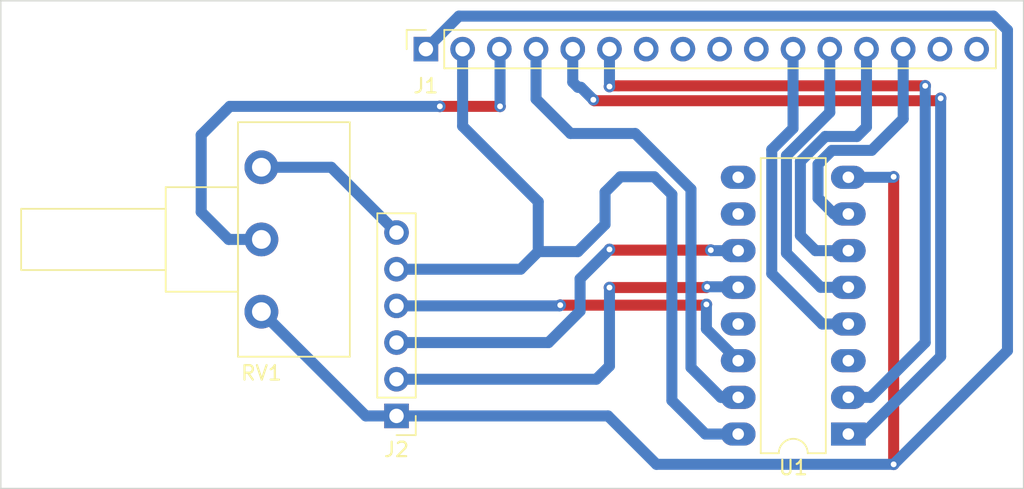
<source format=kicad_pcb>
(kicad_pcb (version 20211014) (generator pcbnew)
  (layers (0 "F.Cu" signal) (31 "B.Cu" signal) (34 "B.Paste" user) (35 "F.Paste" user) (36 "B.SilkS" user "B.Silkscreen") (37 "F.SilkS" user "F.Silkscreen") (38 "B.Mask" user) (39 "F.Mask" user) (44 "Edge.Cuts" user))
  (net 0 "")
  (net 1 "/GND")
  (net 2 "/3.3V")
  (net 3 "/Vref")
  (net 4 "/RS")
  (net 5 "/R{slash}W")
  (net 6 "/Enable")
  (net 11 "/DB4")
  (net 12 "/DB5")
  (net 13 "/DB6")
  (net 14 "/DB7")
  (net 17 "/latch")
  (net 18 "/SR clk")
  (net 19 "/Data in")
  (net 20 "/5V")
  (footprint "Connector_PinHeader_2.54mm:PinHeader_1x06_P2.54mm_Vertical" (layer "F.Cu") (at 97.028 88.9 180)
    (fp_text reference "J2" (at 0 -2.33) (layer "F.SilkS"))
    (fp_text value "Conn_01x06")
    (fp_line (start -1.33 1.27) (end -1.33 14.03) (layer "F.SilkS") (width 0.12))
    (fp_line (start -1.33 14.03) (end 1.33 14.03) (layer "F.SilkS") (width 0.12))
    (fp_line (start 1.33 1.27) (end 1.33 14.03) (layer "F.SilkS") (width 0.12))
    (fp_line (start -1.33 -1.33) (end 0 -1.33) (layer "F.SilkS") (width 0.12))
    (fp_line (start -1.33 1.27) (end 1.33 1.27) (layer "F.SilkS") (width 0.12))
    (fp_line (start -1.33 0) (end -1.33 -1.33) (layer "F.SilkS") (width 0.12))
    (pad "1" thru_hole rect (at 0 0 180) (size 1.7 1.7) (drill 1) (layers *.Cu *.Mask) (net 1 "/GND"))
    (pad "2" thru_hole oval (at 0 2.54 180) (size 1.7 1.7) (drill 1) (layers *.Cu *.Mask) (net 17 "/latch"))
    (pad "3" thru_hole oval (at 0 5.08 180) (size 1.7 1.7) (drill 1) (layers *.Cu *.Mask) (net 18 "/SR clk"))
    (pad "4" thru_hole oval (at 0 7.62 180) (size 1.7 1.7) (drill 1) (layers *.Cu *.Mask) (net 19 "/Data in"))
    (pad "5" thru_hole oval (at 0 10.16 180) (size 1.7 1.7) (drill 1) (layers *.Cu *.Mask) (net 2 "/3.3V"))
    (pad "6" thru_hole oval (at 0 12.7 180) (size 1.7 1.7) (drill 1) (layers *.Cu *.Mask) (net 20 "/5V"))
  )
  (footprint "Potentiometer_THT:Potentiometer_Piher_T-16H_Single_Horizontal" (layer "F.Cu") (at 87.6808 71.6788 180)
    (fp_text reference "RV1" (at 0 -14.25) (layer "F.SilkS"))
    (fp_text value "R_Potentiometer_US")
    (fp_line (start 6.62 -2.88) (end 16.62 -2.88) (layer "F.SilkS") (width 0.12))
    (fp_line (start 1.62 -13.12) (end 1.62 3.12) (layer "F.SilkS") (width 0.12))
    (fp_line (start 1.62 -8.62) (end 1.62 -1.38) (layer "F.SilkS") (width 0.12))
    (fp_line (start 6.62 -7.12) (end 6.62 -2.88) (layer "F.SilkS") (width 0.12))
    (fp_line (start 6.62 -7.12) (end 16.62 -7.12) (layer "F.SilkS") (width 0.12))
    (fp_line (start -6.12 -13.12) (end -6.12 3.12) (layer "F.SilkS") (width 0.12))
    (fp_line (start 1.62 -8.62) (end 6.62 -8.62) (layer "F.SilkS") (width 0.12))
    (fp_line (start -6.12 -13.12) (end 1.62 -13.12) (layer "F.SilkS") (width 0.12))
    (fp_line (start 16.62 -7.12) (end 16.62 -2.88) (layer "F.SilkS") (width 0.12))
    (fp_line (start 6.62 -8.62) (end 6.62 -1.38) (layer "F.SilkS") (width 0.12))
    (fp_line (start 1.62 -1.38) (end 6.62 -1.38) (layer "F.SilkS") (width 0.12))
    (fp_line (start -6.12 3.12) (end 1.62 3.12) (layer "F.SilkS") (width 0.12))
    (pad "1" thru_hole circle (at 0 0 180) (size 2.34 2.34) (drill 1.3) (layers *.Cu *.Mask) (net 20 "/5V"))
    (pad "2" thru_hole circle (at 0 -5 180) (size 2.34 2.34) (drill 1.3) (layers *.Cu *.Mask) (net 3 "/Vref"))
    (pad "3" thru_hole circle (at 0 -10 180) (size 2.34 2.34) (drill 1.3) (layers *.Cu *.Mask) (net 1 "/GND"))
  )
  (footprint "Package_DIP:DIP-16_W7.62mm_LongPads" (layer "F.Cu") (at 128.285 90.155 180)
    (fp_text reference "U1" (at 3.81 -2.33) (layer "F.SilkS"))
    (fp_text value "74HC595")
    (fp_line (start 6.06 -1.33) (end 4.81 -1.33) (layer "F.SilkS") (width 0.12))
    (fp_line (start 6.06 19.11) (end 6.06 -1.33) (layer "F.SilkS") (width 0.12))
    (fp_line (start 1.56 -1.33) (end 1.56 19.11) (layer "F.SilkS") (width 0.12))
    (fp_line (start 1.56 19.11) (end 6.06 19.11) (layer "F.SilkS") (width 0.12))
    (fp_line (start 2.81 -1.33) (end 1.56 -1.33) (layer "F.SilkS") (width 0.12))
    (fp_arc (start 4.81 -1.33) (mid 3.81 -0.33) (end 2.81 -1.33) (layer "F.SilkS") (width 0.12))
    (pad "1" thru_hole rect (at 0 0 180) (size 2.4 1.6) (drill 0.8) (layers *.Cu *.Mask) (net 5 "/R{slash}W"))
    (pad "2" thru_hole oval (at 0 2.54 180) (size 2.4 1.6) (drill 0.8) (layers *.Cu *.Mask) (net 6 "/Enable"))
    (pad "3" thru_hole oval (at 0 5.08 180) (size 2.4 1.6) (drill 0.8) (layers *.Cu *.Mask))
    (pad "4" thru_hole oval (at 0 7.62 180) (size 2.4 1.6) (drill 0.8) (layers *.Cu *.Mask) (net 11 "/DB4"))
    (pad "5" thru_hole oval (at 0 10.16 180) (size 2.4 1.6) (drill 0.8) (layers *.Cu *.Mask) (net 12 "/DB5"))
    (pad "6" thru_hole oval (at 0 12.7 180) (size 2.4 1.6) (drill 0.8) (layers *.Cu *.Mask) (net 13 "/DB6"))
    (pad "7" thru_hole oval (at 0 15.24 180) (size 2.4 1.6) (drill 0.8) (layers *.Cu *.Mask) (net 14 "/DB7"))
    (pad "8" thru_hole oval (at 0 17.78 180) (size 2.4 1.6) (drill 0.8) (layers *.Cu *.Mask) (net 1 "/GND"))
    (pad "9" thru_hole oval (at 7.62 17.78 180) (size 2.4 1.6) (drill 0.8) (layers *.Cu *.Mask))
    (pad "10" thru_hole oval (at 7.62 15.24 180) (size 2.4 1.6) (drill 0.8) (layers *.Cu *.Mask))
    (pad "11" thru_hole oval (at 7.62 12.7 180) (size 2.4 1.6) (drill 0.8) (layers *.Cu *.Mask) (net 18 "/SR clk"))
    (pad "12" thru_hole oval (at 7.62 10.16 180) (size 2.4 1.6) (drill 0.8) (layers *.Cu *.Mask) (net 17 "/latch"))
    (pad "13" thru_hole oval (at 7.62 7.62 180) (size 2.4 1.6) (drill 0.8) (layers *.Cu *.Mask))
    (pad "14" thru_hole oval (at 7.62 5.08 180) (size 2.4 1.6) (drill 0.8) (layers *.Cu *.Mask) (net 19 "/Data in"))
    (pad "15" thru_hole oval (at 7.62 2.54 180) (size 2.4 1.6) (drill 0.8) (layers *.Cu *.Mask) (net 4 "/RS"))
    (pad "16" thru_hole oval (at 7.62 0 180) (size 2.4 1.6) (drill 0.8) (layers *.Cu *.Mask) (net 2 "/3.3V"))
  )
  (footprint "Connector_PinSocket_2.54mm:PinSocket_1x16_P2.54mm_Vertical" (layer "F.Cu") (at 99.06 63.5 90)
    (fp_text reference "J1" (at -2.54 0 180) (layer "F.SilkS"))
    (fp_text value "Conn_01x16")
    (fp_line (start -1.33 1.27) (end -1.33 39.43) (layer "F.SilkS") (width 0.12))
    (fp_line (start 0 -1.33) (end 1.33 -1.33) (layer "F.SilkS") (width 0.12))
    (fp_line (start 1.33 1.27) (end 1.33 39.43) (layer "F.SilkS") (width 0.12))
    (fp_line (start -1.33 1.27) (end 1.33 1.27) (layer "F.SilkS") (width 0.12))
    (fp_line (start 1.33 -1.33) (end 1.33 0) (layer "F.SilkS") (width 0.12))
    (fp_line (start -1.33 39.43) (end 1.33 39.43) (layer "F.SilkS") (width 0.12))
    (pad "1" thru_hole rect (at 0 0 90) (size 1.7 1.7) (drill 1) (layers *.Cu *.Mask) (net 1 "/GND"))
    (pad "2" thru_hole oval (at 0 2.54 90) (size 1.7 1.7) (drill 1) (layers *.Cu *.Mask) (net 2 "/3.3V"))
    (pad "3" thru_hole oval (at 0 5.08 90) (size 1.7 1.7) (drill 1) (layers *.Cu *.Mask) (net 3 "/Vref"))
    (pad "4" thru_hole oval (at 0 7.62 90) (size 1.7 1.7) (drill 1) (layers *.Cu *.Mask) (net 4 "/RS"))
    (pad "5" thru_hole oval (at 0 10.16 90) (size 1.7 1.7) (drill 1) (layers *.Cu *.Mask) (net 5 "/R{slash}W"))
    (pad "6" thru_hole oval (at 0 12.7 90) (size 1.7 1.7) (drill 1) (layers *.Cu *.Mask) (net 6 "/Enable"))
    (pad "7" thru_hole oval (at 0 15.24 90) (size 1.7 1.7) (drill 1) (layers *.Cu *.Mask))
    (pad "8" thru_hole oval (at 0 17.78 90) (size 1.7 1.7) (drill 1) (layers *.Cu *.Mask))
    (pad "9" thru_hole oval (at 0 20.32 90) (size 1.7 1.7) (drill 1) (layers *.Cu *.Mask))
    (pad "10" thru_hole oval (at 0 22.86 90) (size 1.7 1.7) (drill 1) (layers *.Cu *.Mask))
    (pad "11" thru_hole oval (at 0 25.4 90) (size 1.7 1.7) (drill 1) (layers *.Cu *.Mask) (net 11 "/DB4"))
    (pad "12" thru_hole oval (at 0 27.94 90) (size 1.7 1.7) (drill 1) (layers *.Cu *.Mask) (net 12 "/DB5"))
    (pad "13" thru_hole oval (at 0 30.48 90) (size 1.7 1.7) (drill 1) (layers *.Cu *.Mask) (net 13 "/DB6"))
    (pad "14" thru_hole oval (at 0 33.02 90) (size 1.7 1.7) (drill 1) (layers *.Cu *.Mask) (net 14 "/DB7"))
    (pad "15" thru_hole oval (at 0 35.56 90) (size 1.7 1.7) (drill 1) (layers *.Cu *.Mask))
    (pad "16" thru_hole oval (at 0 38.1 90) (size 1.7 1.7) (drill 1) (layers *.Cu *.Mask))
  )
  (gr_rect (start 69.6468 60.1472) (end 140.4112 93.9292) (layer "Edge.Cuts") (width 0.1) (fill none))
  (segment (start 131.4196 72.3392) (end 131.4196 92.2528) (width 0.762) (layer "F.Cu") (net 1))
  (via (at 131.4196 72.3392) (size 0.8) (drill 0.4) (layers "F.Cu" "B.Cu") (net 1))
  (via (at 131.4196 92.2528) (size 0.8) (drill 0.4) (layers "F.Cu" "B.Cu") (net 1))
  (segment (start 94.902 88.9) (end 87.6808 81.6788) (width 0.762) (layer "B.Cu") (net 1))
  (segment (start 111.6584 88.9) (end 97.028 88.9) (width 0.762) (layer "B.Cu") (net 1))
  (segment (start 139.2936 84.3788) (end 139.2936 62.1792) (width 0.762) (layer "B.Cu") (net 1))
  (segment (start 131.4196 92.2528) (end 139.2936 84.3788) (width 0.762) (layer "B.Cu") (net 1))
  (segment (start 101.346 61.214) (end 99.06 63.5) (width 0.762) (layer "B.Cu") (net 1))
  (segment (start 139.2936 62.1792) (end 138.3284 61.214) (width 0.762) (layer "B.Cu") (net 1))
  (segment (start 131.4196 92.2528) (end 115.0112 92.2528) (width 0.762) (layer "B.Cu") (net 1))
  (segment (start 138.3284 61.214) (end 101.346 61.214) (width 0.762) (layer "B.Cu") (net 1))
  (segment (start 131.3838 72.375) (end 131.4196 72.3392) (width 0.762) (layer "B.Cu") (net 1))
  (segment (start 97.028 88.9) (end 94.902 88.9) (width 0.762) (layer "B.Cu") (net 1))
  (segment (start 115.0112 92.2528) (end 111.6584 88.9) (width 0.762) (layer "B.Cu") (net 1))
  (segment (start 128.285 72.375) (end 131.3838 72.375) (width 0.762) (layer "B.Cu") (net 1))
  (segment (start 105.6132 78.74) (end 97.028 78.74) (width 0.762) (layer "B.Cu") (net 2))
  (segment (start 120.665 90.155) (end 118.3998 90.155) (width 0.762) (layer "B.Cu") (net 2))
  (segment (start 106.8324 77.5208) (end 105.6132 78.74) (width 0.762) (layer "B.Cu") (net 2))
  (segment (start 109.5756 77.5208) (end 106.8324 77.5208) (width 0.762) (layer "B.Cu") (net 2))
  (segment (start 116.078 73.5584) (end 114.8588 72.3392) (width 0.762) (layer "B.Cu") (net 2))
  (segment (start 106.8324 74.0664) (end 106.8324 77.5208) (width 0.762) (layer "B.Cu") (net 2))
  (segment (start 111.4552 73.406) (end 111.4552 75.6412) (width 0.762) (layer "B.Cu") (net 2))
  (segment (start 101.6 63.5) (end 101.6 68.834) (width 0.762) (layer "B.Cu") (net 2))
  (segment (start 111.4552 75.6412) (end 109.5756 77.5208) (width 0.762) (layer "B.Cu") (net 2))
  (segment (start 116.078 87.8332) (end 116.078 73.5584) (width 0.762) (layer "B.Cu") (net 2))
  (segment (start 101.6 68.834) (end 106.8324 74.0664) (width 0.762) (layer "B.Cu") (net 2))
  (segment (start 112.522 72.3392) (end 111.4552 73.406) (width 0.762) (layer "B.Cu") (net 2))
  (segment (start 114.8588 72.3392) (end 112.522 72.3392) (width 0.762) (layer "B.Cu") (net 2))
  (segment (start 118.3998 90.155) (end 116.078 87.8332) (width 0.762) (layer "B.Cu") (net 2))
  (segment (start 100.0252 67.4624) (end 104.1908 67.4624) (width 0.762) (layer "F.Cu") (net 3))
  (via (at 104.1908 67.4624) (size 0.8) (drill 0.4) (layers "F.Cu" "B.Cu") (net 3))
  (via (at 100.0252 67.4624) (size 0.8) (drill 0.4) (layers "F.Cu" "B.Cu") (net 3))
  (segment (start 104.1908 67.4624) (end 104.1908 63.5508) (width 0.762) (layer "B.Cu") (net 3))
  (segment (start 83.5152 74.7776) (end 83.5152 69.4436) (width 0.762) (layer "B.Cu") (net 3))
  (segment (start 85.1916 67.7672) (end 85.4964 67.4624) (width 0.762) (layer "B.Cu") (net 3))
  (segment (start 104.1908 63.5508) (end 104.14 63.5) (width 0.762) (layer "B.Cu") (net 3))
  (segment (start 85.4164 76.6788) (end 83.5152 74.7776) (width 0.762) (layer "B.Cu") (net 3))
  (segment (start 87.6808 76.6788) (end 85.4164 76.6788) (width 0.762) (layer "B.Cu") (net 3))
  (segment (start 83.5152 69.4436) (end 85.1916 67.7672) (width 0.762) (layer "B.Cu") (net 3))
  (segment (start 85.4964 67.4624) (end 100.0252 67.4624) (width 0.762) (layer "B.Cu") (net 3))
  (segment (start 117.3988 73.2028) (end 113.538 69.342) (width 0.762) (layer "B.Cu") (net 4))
  (segment (start 106.68 66.9544) (end 106.68 63.5) (width 0.762) (layer "B.Cu") (net 4))
  (segment (start 117.3988 85.5472) (end 117.3988 73.2028) (width 0.762) (layer "B.Cu") (net 4))
  (segment (start 119.4666 87.615) (end 117.3988 85.5472) (width 0.762) (layer "B.Cu") (net 4))
  (segment (start 113.538 69.342) (end 109.0676 69.342) (width 0.762) (layer "B.Cu") (net 4))
  (segment (start 109.0676 69.342) (end 106.68 66.9544) (width 0.762) (layer "B.Cu") (net 4))
  (segment (start 120.665 87.615) (end 119.4666 87.615) (width 0.762) (layer "B.Cu") (net 4))
  (segment (start 134.5026 67.0718) (end 110.709 67.0718) (width 0.762) (layer "F.Cu") (net 5))
  (segment (start 110.709 67.0718) (end 110.6424 67.0052) (width 0.762) (layer "F.Cu") (net 5))
  (segment (start 134.6708 66.9036) (end 134.5026 67.0718) (width 0.762) (layer "F.Cu") (net 5))
  (via (at 110.6424 67.0052) (size 0.8) (drill 0.4) (layers "F.Cu" "B.Cu") (net 5))
  (via (at 134.6708 66.9036) (size 0.8) (drill 0.4) (layers "F.Cu" "B.Cu") (net 5))
  (segment (start 109.7788 66.1416) (end 109.5756 66.1416) (width 0.762) (layer "B.Cu") (net 5))
  (segment (start 109.5756 66.1416) (end 109.22 65.786) (width 0.762) (layer "B.Cu") (net 5))
  (segment (start 109.22 65.786) (end 109.22 63.5) (width 0.762) (layer "B.Cu") (net 5))
  (segment (start 134.6708 84.7852) (end 129.301 90.155) (width 0.762) (layer "B.Cu") (net 5))
  (segment (start 110.6424 67.0052) (end 109.7788 66.1416) (width 0.762) (layer "B.Cu") (net 5))
  (segment (start 134.6708 66.9036) (end 134.6708 84.7852) (width 0.762) (layer "B.Cu") (net 5))
  (segment (start 129.301 90.155) (end 128.285 90.155) (width 0.762) (layer "B.Cu") (net 5))
  (segment (start 133.604 66.04) (end 112.3696 66.04) (width 0.762) (layer "F.Cu") (net 6))
  (segment (start 111.8108 66.04) (end 111.76 66.0908) (width 0.762) (layer "F.Cu") (net 6))
  (segment (start 112.3696 66.04) (end 111.8108 66.04) (width 0.762) (layer "F.Cu") (net 6))
  (via (at 133.604 66.04) (size 0.8) (drill 0.4) (layers "F.Cu" "B.Cu") (net 6))
  (via (at 111.76 66.0908) (size 0.8) (drill 0.4) (layers "F.Cu" "B.Cu") (net 6))
  (segment (start 133.604 83.82) (end 133.604 66.04) (width 0.762) (layer "B.Cu") (net 6))
  (segment (start 111.76 66.0908) (end 111.76 63.5) (width 0.762) (layer "B.Cu") (net 6))
  (segment (start 128.285 87.615) (end 129.809 87.615) (width 0.762) (layer "B.Cu") (net 6))
  (segment (start 129.809 87.615) (end 133.604 83.82) (width 0.762) (layer "B.Cu") (net 6))
  (segment (start 126.477 82.535) (end 128.285 82.535) (width 0.762) (layer "B.Cu") (net 11))
  (segment (start 124.46 63.5) (end 124.46 68.9864) (width 0.762) (layer "B.Cu") (net 11))
  (segment (start 122.9868 79.0448) (end 126.477 82.535) (width 0.762) (layer "B.Cu") (net 11))
  (segment (start 124.46 68.9864) (end 122.9868 70.4596) (width 0.762) (layer "B.Cu") (net 11))
  (segment (start 122.9868 70.4596) (end 122.9868 79.0448) (width 0.762) (layer "B.Cu") (net 11))
  (segment (start 127 67.879926) (end 124.0028 70.877126) (width 0.762) (layer "B.Cu") (net 12))
  (segment (start 127 63.5) (end 127 67.879926) (width 0.762) (layer "B.Cu") (net 12))
  (segment (start 124.0028 70.877126) (end 124.0028 77.6224) (width 0.762) (layer "B.Cu") (net 12))
  (segment (start 124.0028 77.6224) (end 126.3754 79.995) (width 0.762) (layer "B.Cu") (net 12))
  (segment (start 126.3754 79.995) (end 128.285 79.995) (width 0.762) (layer "B.Cu") (net 12))
  (segment (start 126.6952 69.5452) (end 124.968 71.2724) (width 0.762) (layer "B.Cu") (net 13))
  (segment (start 124.968 76.4032) (end 126.0198 77.455) (width 0.762) (layer "B.Cu") (net 13))
  (segment (start 126.0198 77.455) (end 128.285 77.455) (width 0.762) (layer "B.Cu") (net 13))
  (segment (start 129.54 63.5) (end 129.54 68.888) (width 0.762) (layer "B.Cu") (net 13))
  (segment (start 124.968 71.2724) (end 124.968 76.4032) (width 0.762) (layer "B.Cu") (net 13))
  (segment (start 126.6984 69.5484) (end 126.6952 69.5452) (width 0.762) (layer "B.Cu") (net 13))
  (segment (start 128.8796 69.5484) (end 126.6984 69.5484) (width 0.762) (layer "B.Cu") (net 13))
  (segment (start 129.54 68.888) (end 128.8796 69.5484) (width 0.762) (layer "B.Cu") (net 13))
  (segment (start 126.1872 71.4756) (end 126.1872 73.8124) (width 0.762) (layer "B.Cu") (net 14))
  (segment (start 129.8956 70.5104) (end 127.1524 70.5104) (width 0.762) (layer "B.Cu") (net 14))
  (segment (start 127.2898 74.915) (end 128.285 74.915) (width 0.762) (layer "B.Cu") (net 14))
  (segment (start 132.08 68.326) (end 129.8956 70.5104) (width 0.762) (layer "B.Cu") (net 14))
  (segment (start 132.08 63.5) (end 132.08 68.326) (width 0.762) (layer "B.Cu") (net 14))
  (segment (start 127.1524 70.5104) (end 126.1872 71.4756) (width 0.762) (layer "B.Cu") (net 14))
  (segment (start 126.1872 73.8124) (end 127.2898 74.915) (width 0.762) (layer "B.Cu") (net 14))
  (segment (start 118.4656 80.01) (end 118.5164 79.9592) (width 0.762) (layer "F.Cu") (net 17))
  (segment (start 111.76 80.01) (end 118.4656 80.01) (width 0.762) (layer "F.Cu") (net 17))
  (via (at 111.76 80.01) (size 0.8) (drill 0.4) (layers "F.Cu" "B.Cu") (net 17))
  (via (at 118.5164 79.9592) (size 0.8) (drill 0.4) (layers "F.Cu" "B.Cu") (net 17))
  (segment (start 111.76 85.4456) (end 111.76 80.01) (width 0.762) (layer "B.Cu") (net 17))
  (segment (start 120.65 80.01) (end 120.665 79.995) (width 0.762) (layer "B.Cu") (net 17))
  (segment (start 110.8456 86.36) (end 111.76 85.4456) (width 0.762) (layer "B.Cu") (net 17))
  (segment (start 120.6292 79.9592) (end 120.665 79.995) (width 0.762) (layer "B.Cu") (net 17))
  (segment (start 97.028 86.36) (end 110.8456 86.36) (width 0.762) (layer "B.Cu") (net 17))
  (segment (start 118.5164 79.9592) (end 120.6292 79.9592) (width 0.762) (layer "B.Cu") (net 17))
  (segment (start 118.7704 77.4192) (end 111.8108 77.4192) (width 0.762) (layer "F.Cu") (net 18))
  (segment (start 111.8108 77.4192) (end 111.76 77.3684) (width 0.762) (layer "F.Cu") (net 18))
  (via (at 111.76 77.3684) (size 0.8) (drill 0.4) (layers "F.Cu" "B.Cu") (net 18))
  (via (at 118.7704 77.4192) (size 0.8) (drill 0.4) (layers "F.Cu" "B.Cu") (net 18))
  (segment (start 118.7704 77.4192) (end 118.8062 77.455) (width 0.762) (layer "B.Cu") (net 18))
  (segment (start 118.8062 77.455) (end 120.665 77.455) (width 0.762) (layer "B.Cu") (net 18))
  (segment (start 111.76 77.3684) (end 109.728 79.4004) (width 0.762) (layer "B.Cu") (net 18))
  (segment (start 109.728 79.4004) (end 109.728 81.6356) (width 0.762) (layer "B.Cu") (net 18))
  (segment (start 109.728 81.6356) (end 107.5436 83.82) (width 0.762) (layer "B.Cu") (net 18))
  (segment (start 107.5436 83.82) (end 97.028 83.82) (width 0.762) (layer "B.Cu") (net 18))
  (segment (start 108.3564 81.2292) (end 116.9924 81.2292) (width 0.762) (layer "F.Cu") (net 19))
  (segment (start 118.4148 81.2292) (end 118.4656 81.1784) (width 0.762) (layer "F.Cu") (net 19))
  (segment (start 116.9924 81.2292) (end 118.4148 81.2292) (width 0.762) (layer "F.Cu") (net 19))
  (via (at 108.3564 81.2292) (size 0.8) (drill 0.4) (layers "F.Cu" "B.Cu") (net 19))
  (via (at 118.4656 81.1784) (size 0.8) (drill 0.4) (layers "F.Cu" "B.Cu") (net 19))
  (segment (start 118.4656 81.1784) (end 118.4656 82.8756) (width 0.762) (layer "B.Cu") (net 19))
  (segment (start 97.028 81.28) (end 108.3056 81.28) (width 0.762) (layer "B.Cu") (net 19))
  (segment (start 108.3056 81.28) (end 108.3564 81.2292) (width 0.762) (layer "B.Cu") (net 19))
  (segment (start 118.4656 82.8756) (end 120.665 85.075) (width 0.762) (layer "B.Cu") (net 19))
  (segment (start 92.5068 71.6788) (end 97.028 76.2) (width 0.762) (layer "B.Cu") (net 20))
  (segment (start 87.6808 71.6788) (end 92.5068 71.6788) (width 0.762) (layer "B.Cu") (net 20))
)
</source>
